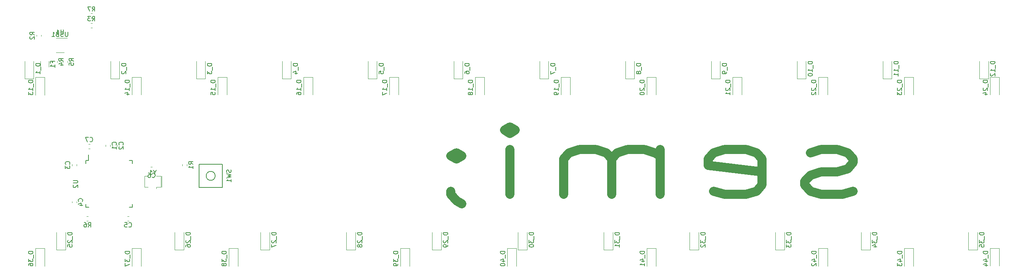
<source format=gbr>
G04 #@! TF.GenerationSoftware,KiCad,Pcbnew,(5.1.4)-1*
G04 #@! TF.CreationDate,2021-01-09T01:18:09-06:00*
G04 #@! TF.ProjectId,semi,73656d69-2e6b-4696-9361-645f70636258,rev?*
G04 #@! TF.SameCoordinates,Original*
G04 #@! TF.FileFunction,Legend,Bot*
G04 #@! TF.FilePolarity,Positive*
%FSLAX46Y46*%
G04 Gerber Fmt 4.6, Leading zero omitted, Abs format (unit mm)*
G04 Created by KiCad (PCBNEW (5.1.4)-1) date 2021-01-09 01:18:09*
%MOMM*%
%LPD*%
G04 APERTURE LIST*
%ADD10C,2.000000*%
%ADD11C,0.120000*%
%ADD12C,0.150000*%
G04 APERTURE END LIST*
D10*
X195010857Y-41504428D02*
X192629904Y-42218714D01*
X187868000Y-42218714D01*
X185487047Y-41504428D01*
X184296571Y-40075857D01*
X184296571Y-39361571D01*
X185487047Y-37933000D01*
X187868000Y-37218714D01*
X191439428Y-37218714D01*
X193820380Y-36504428D01*
X195010857Y-35075857D01*
X195010857Y-34361571D01*
X193820380Y-32933000D01*
X191439428Y-32218714D01*
X187868000Y-32218714D01*
X185487047Y-32933000D01*
X164058476Y-41504428D02*
X166439428Y-42218714D01*
X171201333Y-42218714D01*
X173582285Y-41504428D01*
X174772761Y-40075857D01*
X174772761Y-34361571D01*
X173582285Y-32933000D01*
X171201333Y-32218714D01*
X166439428Y-32218714D01*
X164058476Y-32933000D01*
X162868000Y-34361571D01*
X162868000Y-35790142D01*
X174772761Y-37218714D01*
X152153714Y-42218714D02*
X152153714Y-32218714D01*
X152153714Y-33647285D02*
X150963238Y-32933000D01*
X148582285Y-32218714D01*
X145010857Y-32218714D01*
X142629904Y-32933000D01*
X141439428Y-34361571D01*
X141439428Y-42218714D01*
X141439428Y-34361571D02*
X140248952Y-32933000D01*
X137868000Y-32218714D01*
X134296571Y-32218714D01*
X131915619Y-32933000D01*
X130725142Y-34361571D01*
X130725142Y-42218714D01*
X118820380Y-42218714D02*
X118820380Y-32218714D01*
X118820380Y-27218714D02*
X120010857Y-27933000D01*
X118820380Y-28647285D01*
X117629904Y-27933000D01*
X118820380Y-27218714D01*
X118820380Y-28647285D01*
X105725142Y-41504428D02*
X105725142Y-42218714D01*
X106915619Y-43647285D01*
X108106095Y-44361571D01*
X106915619Y-32933000D02*
X105725142Y-33647285D01*
X106915619Y-34361571D01*
X108106095Y-33647285D01*
X106915619Y-32933000D01*
X106915619Y-34361571D01*
D11*
X26070779Y-2923000D02*
X25745221Y-2923000D01*
X26070779Y-1903000D02*
X25745221Y-1903000D01*
X41497000Y-40170000D02*
X41497000Y-40570000D01*
X41297000Y-40170000D02*
X41297000Y-40570000D01*
X37697000Y-40170000D02*
X37697000Y-40570000D01*
X41497000Y-38170000D02*
X41497000Y-40170000D01*
X40297000Y-40570000D02*
X40297000Y-40970000D01*
X40297000Y-40570000D02*
X41297000Y-40570000D01*
X41297000Y-40170000D02*
X41297000Y-38170000D01*
X41297000Y-38170000D02*
X40297000Y-38170000D01*
X38497000Y-38170000D02*
X37697000Y-38170000D01*
X37697000Y-38170000D02*
X37697000Y-40170000D01*
X37697000Y-40570000D02*
X38497000Y-40570000D01*
D12*
X24670000Y-34703000D02*
X25245000Y-34703000D01*
X24670000Y-45053000D02*
X25345000Y-45053000D01*
X35020000Y-45053000D02*
X34345000Y-45053000D01*
X35020000Y-34703000D02*
X34345000Y-34703000D01*
X24670000Y-34703000D02*
X24670000Y-35378000D01*
X35020000Y-34703000D02*
X35020000Y-35378000D01*
X35020000Y-45053000D02*
X35020000Y-44378000D01*
X24670000Y-45053000D02*
X24670000Y-44378000D01*
X25245000Y-34703000D02*
X25245000Y-33428000D01*
D11*
X18023000Y-7407000D02*
X20473000Y-7407000D01*
X19823000Y-10627000D02*
X18023000Y-10627000D01*
D12*
X53384200Y-38097600D02*
G75*
G03X53384200Y-38097600I-1000000J0D01*
G01*
X54984200Y-35497600D02*
X49784200Y-35497600D01*
X54984200Y-40697600D02*
X54984200Y-35497600D01*
X49784200Y-40697600D02*
X54984200Y-40697600D01*
X49784200Y-35497600D02*
X49784200Y-40697600D01*
D11*
X24856221Y-47115000D02*
X25181779Y-47115000D01*
X24856221Y-48135000D02*
X25181779Y-48135000D01*
X19556000Y-12862779D02*
X19556000Y-12537221D01*
X20576000Y-12862779D02*
X20576000Y-12537221D01*
X17270000Y-12862779D02*
X17270000Y-12537221D01*
X18290000Y-12862779D02*
X18290000Y-12537221D01*
X26070779Y-5082000D02*
X25745221Y-5082000D01*
X26070779Y-4062000D02*
X25745221Y-4062000D01*
X14734000Y-6695221D02*
X14734000Y-7020779D01*
X13714000Y-6695221D02*
X13714000Y-7020779D01*
X46099000Y-35849779D02*
X46099000Y-35524221D01*
X47119000Y-35849779D02*
X47119000Y-35524221D01*
X14584000Y-13813064D02*
X14584000Y-12608936D01*
X16404000Y-13813064D02*
X16404000Y-12608936D01*
X25562779Y-32006000D02*
X25237221Y-32006000D01*
X25562779Y-30986000D02*
X25237221Y-30986000D01*
X39080221Y-36066000D02*
X39405779Y-36066000D01*
X39080221Y-37086000D02*
X39405779Y-37086000D01*
X33873221Y-47115000D02*
X34198779Y-47115000D01*
X33873221Y-48135000D02*
X34198779Y-48135000D01*
X21588000Y-44104779D02*
X21588000Y-43779221D01*
X22608000Y-44104779D02*
X22608000Y-43779221D01*
X22608000Y-35524221D02*
X22608000Y-35849779D01*
X21588000Y-35524221D02*
X21588000Y-35849779D01*
X30605000Y-31531779D02*
X30605000Y-31206221D01*
X31625000Y-31531779D02*
X31625000Y-31206221D01*
X29081000Y-31531779D02*
X29081000Y-31206221D01*
X30101000Y-31531779D02*
X30101000Y-31206221D01*
X13081000Y-16466000D02*
X13081000Y-12566000D01*
X11081000Y-16466000D02*
X11081000Y-12566000D01*
X13081000Y-16466000D02*
X11081000Y-16466000D01*
X32131000Y-16466000D02*
X32131000Y-12566000D01*
X30131000Y-16466000D02*
X30131000Y-12566000D01*
X32131000Y-16466000D02*
X30131000Y-16466000D01*
X51181000Y-16466000D02*
X51181000Y-12566000D01*
X49181000Y-16466000D02*
X49181000Y-12566000D01*
X51181000Y-16466000D02*
X49181000Y-16466000D01*
X70231000Y-16466000D02*
X70231000Y-12566000D01*
X68231000Y-16466000D02*
X68231000Y-12566000D01*
X70231000Y-16466000D02*
X68231000Y-16466000D01*
X89281000Y-16466000D02*
X89281000Y-12566000D01*
X87281000Y-16466000D02*
X87281000Y-12566000D01*
X89281000Y-16466000D02*
X87281000Y-16466000D01*
X108331000Y-16466000D02*
X108331000Y-12566000D01*
X106331000Y-16466000D02*
X106331000Y-12566000D01*
X108331000Y-16466000D02*
X106331000Y-16466000D01*
X127381000Y-16466000D02*
X127381000Y-12566000D01*
X125381000Y-16466000D02*
X125381000Y-12566000D01*
X127381000Y-16466000D02*
X125381000Y-16466000D01*
X146431000Y-16466000D02*
X146431000Y-12566000D01*
X144431000Y-16466000D02*
X144431000Y-12566000D01*
X146431000Y-16466000D02*
X144431000Y-16466000D01*
X165481000Y-16466000D02*
X165481000Y-12566000D01*
X163481000Y-16466000D02*
X163481000Y-12566000D01*
X165481000Y-16466000D02*
X163481000Y-16466000D01*
X184531000Y-16466000D02*
X184531000Y-12566000D01*
X182531000Y-16466000D02*
X182531000Y-12566000D01*
X184531000Y-16466000D02*
X182531000Y-16466000D01*
X203581000Y-16466000D02*
X203581000Y-12566000D01*
X201581000Y-16466000D02*
X201581000Y-12566000D01*
X203581000Y-16466000D02*
X201581000Y-16466000D01*
X225028000Y-16474000D02*
X225028000Y-12574000D01*
X223028000Y-16474000D02*
X223028000Y-12574000D01*
X225028000Y-16474000D02*
X223028000Y-16474000D01*
X13478000Y-16165000D02*
X13478000Y-20065000D01*
X15478000Y-16165000D02*
X15478000Y-20065000D01*
X13478000Y-16165000D02*
X15478000Y-16165000D01*
X34893500Y-16157000D02*
X34893500Y-20057000D01*
X36893500Y-16157000D02*
X36893500Y-20057000D01*
X34893500Y-16157000D02*
X36893500Y-16157000D01*
X53943500Y-16157000D02*
X53943500Y-20057000D01*
X55943500Y-16157000D02*
X55943500Y-20057000D01*
X53943500Y-16157000D02*
X55943500Y-16157000D01*
X72993500Y-16157000D02*
X72993500Y-20057000D01*
X74993500Y-16157000D02*
X74993500Y-20057000D01*
X72993500Y-16157000D02*
X74993500Y-16157000D01*
X92043500Y-16157000D02*
X92043500Y-20057000D01*
X94043500Y-16157000D02*
X94043500Y-20057000D01*
X92043500Y-16157000D02*
X94043500Y-16157000D01*
X111093500Y-16157000D02*
X111093500Y-20057000D01*
X113093500Y-16157000D02*
X113093500Y-20057000D01*
X111093500Y-16157000D02*
X113093500Y-16157000D01*
X130143500Y-16157000D02*
X130143500Y-20057000D01*
X132143500Y-16157000D02*
X132143500Y-20057000D01*
X130143500Y-16157000D02*
X132143500Y-16157000D01*
X149193500Y-16157000D02*
X149193500Y-20057000D01*
X151193500Y-16157000D02*
X151193500Y-20057000D01*
X149193500Y-16157000D02*
X151193500Y-16157000D01*
X168243500Y-16157000D02*
X168243500Y-20057000D01*
X170243500Y-16157000D02*
X170243500Y-20057000D01*
X168243500Y-16157000D02*
X170243500Y-16157000D01*
X187293500Y-16157000D02*
X187293500Y-20057000D01*
X189293500Y-16157000D02*
X189293500Y-20057000D01*
X187293500Y-16157000D02*
X189293500Y-16157000D01*
X206343500Y-16157000D02*
X206343500Y-20057000D01*
X208343500Y-16157000D02*
X208343500Y-20057000D01*
X206343500Y-16157000D02*
X208343500Y-16157000D01*
X225393500Y-16157000D02*
X225393500Y-20057000D01*
X227393500Y-16157000D02*
X227393500Y-20057000D01*
X225393500Y-16157000D02*
X227393500Y-16157000D01*
X20177000Y-54566000D02*
X20177000Y-50666000D01*
X18177000Y-54566000D02*
X18177000Y-50666000D01*
X20177000Y-54566000D02*
X18177000Y-54566000D01*
X46418500Y-54566000D02*
X46418500Y-50666000D01*
X44418500Y-54566000D02*
X44418500Y-50666000D01*
X46418500Y-54566000D02*
X44418500Y-54566000D01*
X65468500Y-54566000D02*
X65468500Y-50666000D01*
X63468500Y-54566000D02*
X63468500Y-50666000D01*
X65468500Y-54566000D02*
X63468500Y-54566000D01*
X84518500Y-54566000D02*
X84518500Y-50666000D01*
X82518500Y-54566000D02*
X82518500Y-50666000D01*
X84518500Y-54566000D02*
X82518500Y-54566000D01*
X103568500Y-54566000D02*
X103568500Y-50666000D01*
X101568500Y-54566000D02*
X101568500Y-50666000D01*
X103568500Y-54566000D02*
X101568500Y-54566000D01*
X122618500Y-54566000D02*
X122618500Y-50666000D01*
X120618500Y-54566000D02*
X120618500Y-50666000D01*
X122618500Y-54566000D02*
X120618500Y-54566000D01*
X141668500Y-54566000D02*
X141668500Y-50666000D01*
X139668500Y-54566000D02*
X139668500Y-50666000D01*
X141668500Y-54566000D02*
X139668500Y-54566000D01*
X160718500Y-54566000D02*
X160718500Y-50666000D01*
X158718500Y-54566000D02*
X158718500Y-50666000D01*
X160718500Y-54566000D02*
X158718500Y-54566000D01*
X179768500Y-54566000D02*
X179768500Y-50666000D01*
X177768500Y-54566000D02*
X177768500Y-50666000D01*
X179768500Y-54566000D02*
X177768500Y-54566000D01*
X198818500Y-54566000D02*
X198818500Y-50666000D01*
X196818500Y-54566000D02*
X196818500Y-50666000D01*
X198818500Y-54566000D02*
X196818500Y-54566000D01*
X222615000Y-54574000D02*
X222615000Y-50674000D01*
X220615000Y-54574000D02*
X220615000Y-50674000D01*
X222615000Y-54574000D02*
X220615000Y-54574000D01*
X13478000Y-54265000D02*
X13478000Y-58165000D01*
X15478000Y-54265000D02*
X15478000Y-58165000D01*
X13478000Y-54265000D02*
X15478000Y-54265000D01*
X34941000Y-54265000D02*
X34941000Y-58165000D01*
X36941000Y-54265000D02*
X36941000Y-58165000D01*
X34941000Y-54265000D02*
X36941000Y-54265000D01*
X56404000Y-54265000D02*
X56404000Y-58165000D01*
X58404000Y-54265000D02*
X58404000Y-58165000D01*
X56404000Y-54265000D02*
X58404000Y-54265000D01*
X94504000Y-54265000D02*
X94504000Y-58165000D01*
X96504000Y-54265000D02*
X96504000Y-58165000D01*
X94504000Y-54265000D02*
X96504000Y-54265000D01*
X118253000Y-54265000D02*
X118253000Y-58165000D01*
X120253000Y-54265000D02*
X120253000Y-58165000D01*
X118253000Y-54265000D02*
X120253000Y-54265000D01*
X149241000Y-54265000D02*
X149241000Y-58165000D01*
X151241000Y-54265000D02*
X151241000Y-58165000D01*
X149241000Y-54265000D02*
X151241000Y-54265000D01*
X187341000Y-54265000D02*
X187341000Y-58165000D01*
X189341000Y-54265000D02*
X189341000Y-58165000D01*
X187341000Y-54265000D02*
X189341000Y-54265000D01*
X206391000Y-54265000D02*
X206391000Y-58165000D01*
X208391000Y-54265000D02*
X208391000Y-58165000D01*
X206391000Y-54265000D02*
X208391000Y-54265000D01*
X225441000Y-54257000D02*
X225441000Y-58157000D01*
X227441000Y-54257000D02*
X227441000Y-58157000D01*
X225441000Y-54257000D02*
X227441000Y-54257000D01*
D12*
X26074666Y-1435380D02*
X26408000Y-959190D01*
X26646095Y-1435380D02*
X26646095Y-435380D01*
X26265142Y-435380D01*
X26169904Y-483000D01*
X26122285Y-530619D01*
X26074666Y-625857D01*
X26074666Y-768714D01*
X26122285Y-863952D01*
X26169904Y-911571D01*
X26265142Y-959190D01*
X26646095Y-959190D01*
X25741333Y-435380D02*
X25074666Y-435380D01*
X25503238Y-1435380D01*
X39973190Y-37346190D02*
X39973190Y-37822380D01*
X40306523Y-36822380D02*
X39973190Y-37346190D01*
X39639857Y-36822380D01*
X38782714Y-37822380D02*
X39354142Y-37822380D01*
X39068428Y-37822380D02*
X39068428Y-36822380D01*
X39163666Y-36965238D01*
X39258904Y-37060476D01*
X39354142Y-37108095D01*
X20661095Y-6035380D02*
X20661095Y-6844904D01*
X20613476Y-6940142D01*
X20565857Y-6987761D01*
X20470619Y-7035380D01*
X20280142Y-7035380D01*
X20184904Y-6987761D01*
X20137285Y-6940142D01*
X20089666Y-6844904D01*
X20089666Y-6035380D01*
X19661095Y-6987761D02*
X19518238Y-7035380D01*
X19280142Y-7035380D01*
X19184904Y-6987761D01*
X19137285Y-6940142D01*
X19089666Y-6844904D01*
X19089666Y-6749666D01*
X19137285Y-6654428D01*
X19184904Y-6606809D01*
X19280142Y-6559190D01*
X19470619Y-6511571D01*
X19565857Y-6463952D01*
X19613476Y-6416333D01*
X19661095Y-6321095D01*
X19661095Y-6225857D01*
X19613476Y-6130619D01*
X19565857Y-6083000D01*
X19470619Y-6035380D01*
X19232523Y-6035380D01*
X19089666Y-6083000D01*
X18327761Y-6511571D02*
X18184904Y-6559190D01*
X18137285Y-6606809D01*
X18089666Y-6702047D01*
X18089666Y-6844904D01*
X18137285Y-6940142D01*
X18184904Y-6987761D01*
X18280142Y-7035380D01*
X18661095Y-7035380D01*
X18661095Y-6035380D01*
X18327761Y-6035380D01*
X18232523Y-6083000D01*
X18184904Y-6130619D01*
X18137285Y-6225857D01*
X18137285Y-6321095D01*
X18184904Y-6416333D01*
X18232523Y-6463952D01*
X18327761Y-6511571D01*
X18661095Y-6511571D01*
X17137285Y-7035380D02*
X17708714Y-7035380D01*
X17422999Y-7035380D02*
X17422999Y-6035380D01*
X17518238Y-6178238D01*
X17613476Y-6273476D01*
X17708714Y-6321095D01*
X21847380Y-39116095D02*
X22656904Y-39116095D01*
X22752142Y-39163714D01*
X22799761Y-39211333D01*
X22847380Y-39306571D01*
X22847380Y-39497047D01*
X22799761Y-39592285D01*
X22752142Y-39639904D01*
X22656904Y-39687523D01*
X21847380Y-39687523D01*
X21942619Y-40116095D02*
X21895000Y-40163714D01*
X21847380Y-40258952D01*
X21847380Y-40497047D01*
X21895000Y-40592285D01*
X21942619Y-40639904D01*
X22037857Y-40687523D01*
X22133095Y-40687523D01*
X22275952Y-40639904D01*
X22847380Y-40068476D01*
X22847380Y-40687523D01*
X19684904Y-5569380D02*
X19684904Y-6378904D01*
X19637285Y-6474142D01*
X19589666Y-6521761D01*
X19494428Y-6569380D01*
X19303952Y-6569380D01*
X19208714Y-6521761D01*
X19161095Y-6474142D01*
X19113476Y-6378904D01*
X19113476Y-5569380D01*
X18113476Y-6569380D02*
X18684904Y-6569380D01*
X18399190Y-6569380D02*
X18399190Y-5569380D01*
X18494428Y-5712238D01*
X18589666Y-5807476D01*
X18684904Y-5855095D01*
X56852961Y-36764266D02*
X56900580Y-36907123D01*
X56900580Y-37145219D01*
X56852961Y-37240457D01*
X56805342Y-37288076D01*
X56710104Y-37335695D01*
X56614866Y-37335695D01*
X56519628Y-37288076D01*
X56472009Y-37240457D01*
X56424390Y-37145219D01*
X56376771Y-36954742D01*
X56329152Y-36859504D01*
X56281533Y-36811885D01*
X56186295Y-36764266D01*
X56091057Y-36764266D01*
X55995819Y-36811885D01*
X55948200Y-36859504D01*
X55900580Y-36954742D01*
X55900580Y-37192838D01*
X55948200Y-37335695D01*
X55900580Y-37669028D02*
X56900580Y-37907123D01*
X56186295Y-38097600D01*
X56900580Y-38288076D01*
X55900580Y-38526171D01*
X56900580Y-39430933D02*
X56900580Y-38859504D01*
X56900580Y-39145219D02*
X55900580Y-39145219D01*
X56043438Y-39049980D01*
X56138676Y-38954742D01*
X56186295Y-38859504D01*
X25185666Y-49507380D02*
X25519000Y-49031190D01*
X25757095Y-49507380D02*
X25757095Y-48507380D01*
X25376142Y-48507380D01*
X25280904Y-48555000D01*
X25233285Y-48602619D01*
X25185666Y-48697857D01*
X25185666Y-48840714D01*
X25233285Y-48935952D01*
X25280904Y-48983571D01*
X25376142Y-49031190D01*
X25757095Y-49031190D01*
X24328523Y-48507380D02*
X24519000Y-48507380D01*
X24614238Y-48555000D01*
X24661857Y-48602619D01*
X24757095Y-48745476D01*
X24804714Y-48935952D01*
X24804714Y-49316904D01*
X24757095Y-49412142D01*
X24709476Y-49459761D01*
X24614238Y-49507380D01*
X24423761Y-49507380D01*
X24328523Y-49459761D01*
X24280904Y-49412142D01*
X24233285Y-49316904D01*
X24233285Y-49078809D01*
X24280904Y-48983571D01*
X24328523Y-48935952D01*
X24423761Y-48888333D01*
X24614238Y-48888333D01*
X24709476Y-48935952D01*
X24757095Y-48983571D01*
X24804714Y-49078809D01*
X21948380Y-12533333D02*
X21472190Y-12200000D01*
X21948380Y-11961904D02*
X20948380Y-11961904D01*
X20948380Y-12342857D01*
X20996000Y-12438095D01*
X21043619Y-12485714D01*
X21138857Y-12533333D01*
X21281714Y-12533333D01*
X21376952Y-12485714D01*
X21424571Y-12438095D01*
X21472190Y-12342857D01*
X21472190Y-11961904D01*
X20948380Y-13438095D02*
X20948380Y-12961904D01*
X21424571Y-12914285D01*
X21376952Y-12961904D01*
X21329333Y-13057142D01*
X21329333Y-13295238D01*
X21376952Y-13390476D01*
X21424571Y-13438095D01*
X21519809Y-13485714D01*
X21757904Y-13485714D01*
X21853142Y-13438095D01*
X21900761Y-13390476D01*
X21948380Y-13295238D01*
X21948380Y-13057142D01*
X21900761Y-12961904D01*
X21853142Y-12914285D01*
X19662380Y-12533333D02*
X19186190Y-12200000D01*
X19662380Y-11961904D02*
X18662380Y-11961904D01*
X18662380Y-12342857D01*
X18710000Y-12438095D01*
X18757619Y-12485714D01*
X18852857Y-12533333D01*
X18995714Y-12533333D01*
X19090952Y-12485714D01*
X19138571Y-12438095D01*
X19186190Y-12342857D01*
X19186190Y-11961904D01*
X18995714Y-13390476D02*
X19662380Y-13390476D01*
X18614761Y-13152380D02*
X19329047Y-12914285D01*
X19329047Y-13533333D01*
X26074666Y-3594380D02*
X26408000Y-3118190D01*
X26646095Y-3594380D02*
X26646095Y-2594380D01*
X26265142Y-2594380D01*
X26169904Y-2642000D01*
X26122285Y-2689619D01*
X26074666Y-2784857D01*
X26074666Y-2927714D01*
X26122285Y-3022952D01*
X26169904Y-3070571D01*
X26265142Y-3118190D01*
X26646095Y-3118190D01*
X25741333Y-2594380D02*
X25122285Y-2594380D01*
X25455619Y-2975333D01*
X25312761Y-2975333D01*
X25217523Y-3022952D01*
X25169904Y-3070571D01*
X25122285Y-3165809D01*
X25122285Y-3403904D01*
X25169904Y-3499142D01*
X25217523Y-3546761D01*
X25312761Y-3594380D01*
X25598476Y-3594380D01*
X25693714Y-3546761D01*
X25741333Y-3499142D01*
X13246380Y-6691333D02*
X12770190Y-6358000D01*
X13246380Y-6119904D02*
X12246380Y-6119904D01*
X12246380Y-6500857D01*
X12294000Y-6596095D01*
X12341619Y-6643714D01*
X12436857Y-6691333D01*
X12579714Y-6691333D01*
X12674952Y-6643714D01*
X12722571Y-6596095D01*
X12770190Y-6500857D01*
X12770190Y-6119904D01*
X12341619Y-7072285D02*
X12294000Y-7119904D01*
X12246380Y-7215142D01*
X12246380Y-7453238D01*
X12294000Y-7548476D01*
X12341619Y-7596095D01*
X12436857Y-7643714D01*
X12532095Y-7643714D01*
X12674952Y-7596095D01*
X13246380Y-7024666D01*
X13246380Y-7643714D01*
X48491380Y-35520333D02*
X48015190Y-35187000D01*
X48491380Y-34948904D02*
X47491380Y-34948904D01*
X47491380Y-35329857D01*
X47539000Y-35425095D01*
X47586619Y-35472714D01*
X47681857Y-35520333D01*
X47824714Y-35520333D01*
X47919952Y-35472714D01*
X47967571Y-35425095D01*
X48015190Y-35329857D01*
X48015190Y-34948904D01*
X48491380Y-36472714D02*
X48491380Y-35901285D01*
X48491380Y-36187000D02*
X47491380Y-36187000D01*
X47634238Y-36091761D01*
X47729476Y-35996523D01*
X47777095Y-35901285D01*
X17242571Y-12877666D02*
X17242571Y-12544333D01*
X17766380Y-12544333D02*
X16766380Y-12544333D01*
X16766380Y-13020523D01*
X17766380Y-13925285D02*
X17766380Y-13353857D01*
X17766380Y-13639571D02*
X16766380Y-13639571D01*
X16909238Y-13544333D01*
X17004476Y-13449095D01*
X17052095Y-13353857D01*
X25566666Y-30423142D02*
X25614285Y-30470761D01*
X25757142Y-30518380D01*
X25852380Y-30518380D01*
X25995238Y-30470761D01*
X26090476Y-30375523D01*
X26138095Y-30280285D01*
X26185714Y-30089809D01*
X26185714Y-29946952D01*
X26138095Y-29756476D01*
X26090476Y-29661238D01*
X25995238Y-29566000D01*
X25852380Y-29518380D01*
X25757142Y-29518380D01*
X25614285Y-29566000D01*
X25566666Y-29613619D01*
X25233333Y-29518380D02*
X24566666Y-29518380D01*
X24995238Y-30518380D01*
X39409666Y-38363142D02*
X39457285Y-38410761D01*
X39600142Y-38458380D01*
X39695380Y-38458380D01*
X39838238Y-38410761D01*
X39933476Y-38315523D01*
X39981095Y-38220285D01*
X40028714Y-38029809D01*
X40028714Y-37886952D01*
X39981095Y-37696476D01*
X39933476Y-37601238D01*
X39838238Y-37506000D01*
X39695380Y-37458380D01*
X39600142Y-37458380D01*
X39457285Y-37506000D01*
X39409666Y-37553619D01*
X38552523Y-37458380D02*
X38743000Y-37458380D01*
X38838238Y-37506000D01*
X38885857Y-37553619D01*
X38981095Y-37696476D01*
X39028714Y-37886952D01*
X39028714Y-38267904D01*
X38981095Y-38363142D01*
X38933476Y-38410761D01*
X38838238Y-38458380D01*
X38647761Y-38458380D01*
X38552523Y-38410761D01*
X38504904Y-38363142D01*
X38457285Y-38267904D01*
X38457285Y-38029809D01*
X38504904Y-37934571D01*
X38552523Y-37886952D01*
X38647761Y-37839333D01*
X38838238Y-37839333D01*
X38933476Y-37886952D01*
X38981095Y-37934571D01*
X39028714Y-38029809D01*
X34202666Y-49412142D02*
X34250285Y-49459761D01*
X34393142Y-49507380D01*
X34488380Y-49507380D01*
X34631238Y-49459761D01*
X34726476Y-49364523D01*
X34774095Y-49269285D01*
X34821714Y-49078809D01*
X34821714Y-48935952D01*
X34774095Y-48745476D01*
X34726476Y-48650238D01*
X34631238Y-48555000D01*
X34488380Y-48507380D01*
X34393142Y-48507380D01*
X34250285Y-48555000D01*
X34202666Y-48602619D01*
X33297904Y-48507380D02*
X33774095Y-48507380D01*
X33821714Y-48983571D01*
X33774095Y-48935952D01*
X33678857Y-48888333D01*
X33440761Y-48888333D01*
X33345523Y-48935952D01*
X33297904Y-48983571D01*
X33250285Y-49078809D01*
X33250285Y-49316904D01*
X33297904Y-49412142D01*
X33345523Y-49459761D01*
X33440761Y-49507380D01*
X33678857Y-49507380D01*
X33774095Y-49459761D01*
X33821714Y-49412142D01*
X23885142Y-43775333D02*
X23932761Y-43727714D01*
X23980380Y-43584857D01*
X23980380Y-43489619D01*
X23932761Y-43346761D01*
X23837523Y-43251523D01*
X23742285Y-43203904D01*
X23551809Y-43156285D01*
X23408952Y-43156285D01*
X23218476Y-43203904D01*
X23123238Y-43251523D01*
X23028000Y-43346761D01*
X22980380Y-43489619D01*
X22980380Y-43584857D01*
X23028000Y-43727714D01*
X23075619Y-43775333D01*
X23313714Y-44632476D02*
X23980380Y-44632476D01*
X22932761Y-44394380D02*
X23647047Y-44156285D01*
X23647047Y-44775333D01*
X21025142Y-35520333D02*
X21072761Y-35472714D01*
X21120380Y-35329857D01*
X21120380Y-35234619D01*
X21072761Y-35091761D01*
X20977523Y-34996523D01*
X20882285Y-34948904D01*
X20691809Y-34901285D01*
X20548952Y-34901285D01*
X20358476Y-34948904D01*
X20263238Y-34996523D01*
X20168000Y-35091761D01*
X20120380Y-35234619D01*
X20120380Y-35329857D01*
X20168000Y-35472714D01*
X20215619Y-35520333D01*
X20120380Y-35853666D02*
X20120380Y-36472714D01*
X20501333Y-36139380D01*
X20501333Y-36282238D01*
X20548952Y-36377476D01*
X20596571Y-36425095D01*
X20691809Y-36472714D01*
X20929904Y-36472714D01*
X21025142Y-36425095D01*
X21072761Y-36377476D01*
X21120380Y-36282238D01*
X21120380Y-35996523D01*
X21072761Y-35901285D01*
X21025142Y-35853666D01*
X32902142Y-31202333D02*
X32949761Y-31154714D01*
X32997380Y-31011857D01*
X32997380Y-30916619D01*
X32949761Y-30773761D01*
X32854523Y-30678523D01*
X32759285Y-30630904D01*
X32568809Y-30583285D01*
X32425952Y-30583285D01*
X32235476Y-30630904D01*
X32140238Y-30678523D01*
X32045000Y-30773761D01*
X31997380Y-30916619D01*
X31997380Y-31011857D01*
X32045000Y-31154714D01*
X32092619Y-31202333D01*
X32092619Y-31583285D02*
X32045000Y-31630904D01*
X31997380Y-31726142D01*
X31997380Y-31964238D01*
X32045000Y-32059476D01*
X32092619Y-32107095D01*
X32187857Y-32154714D01*
X32283095Y-32154714D01*
X32425952Y-32107095D01*
X32997380Y-31535666D01*
X32997380Y-32154714D01*
X31378142Y-31202333D02*
X31425761Y-31154714D01*
X31473380Y-31011857D01*
X31473380Y-30916619D01*
X31425761Y-30773761D01*
X31330523Y-30678523D01*
X31235285Y-30630904D01*
X31044809Y-30583285D01*
X30901952Y-30583285D01*
X30711476Y-30630904D01*
X30616238Y-30678523D01*
X30521000Y-30773761D01*
X30473380Y-30916619D01*
X30473380Y-31011857D01*
X30521000Y-31154714D01*
X30568619Y-31202333D01*
X31473380Y-32154714D02*
X31473380Y-31583285D01*
X31473380Y-31869000D02*
X30473380Y-31869000D01*
X30616238Y-31773761D01*
X30711476Y-31678523D01*
X30759095Y-31583285D01*
X14533380Y-13096952D02*
X13533380Y-13096952D01*
X13533380Y-13335047D01*
X13581000Y-13477904D01*
X13676238Y-13573142D01*
X13771476Y-13620761D01*
X13961952Y-13668380D01*
X14104809Y-13668380D01*
X14295285Y-13620761D01*
X14390523Y-13573142D01*
X14485761Y-13477904D01*
X14533380Y-13335047D01*
X14533380Y-13096952D01*
X14628619Y-13858857D02*
X14628619Y-14620761D01*
X14533380Y-15382666D02*
X14533380Y-14811238D01*
X14533380Y-15096952D02*
X13533380Y-15096952D01*
X13676238Y-15001714D01*
X13771476Y-14906476D01*
X13819095Y-14811238D01*
X33583380Y-13096952D02*
X32583380Y-13096952D01*
X32583380Y-13335047D01*
X32631000Y-13477904D01*
X32726238Y-13573142D01*
X32821476Y-13620761D01*
X33011952Y-13668380D01*
X33154809Y-13668380D01*
X33345285Y-13620761D01*
X33440523Y-13573142D01*
X33535761Y-13477904D01*
X33583380Y-13335047D01*
X33583380Y-13096952D01*
X33678619Y-13858857D02*
X33678619Y-14620761D01*
X32678619Y-14811238D02*
X32631000Y-14858857D01*
X32583380Y-14954095D01*
X32583380Y-15192190D01*
X32631000Y-15287428D01*
X32678619Y-15335047D01*
X32773857Y-15382666D01*
X32869095Y-15382666D01*
X33011952Y-15335047D01*
X33583380Y-14763619D01*
X33583380Y-15382666D01*
X52633380Y-13096952D02*
X51633380Y-13096952D01*
X51633380Y-13335047D01*
X51681000Y-13477904D01*
X51776238Y-13573142D01*
X51871476Y-13620761D01*
X52061952Y-13668380D01*
X52204809Y-13668380D01*
X52395285Y-13620761D01*
X52490523Y-13573142D01*
X52585761Y-13477904D01*
X52633380Y-13335047D01*
X52633380Y-13096952D01*
X52728619Y-13858857D02*
X52728619Y-14620761D01*
X51633380Y-14763619D02*
X51633380Y-15382666D01*
X52014333Y-15049333D01*
X52014333Y-15192190D01*
X52061952Y-15287428D01*
X52109571Y-15335047D01*
X52204809Y-15382666D01*
X52442904Y-15382666D01*
X52538142Y-15335047D01*
X52585761Y-15287428D01*
X52633380Y-15192190D01*
X52633380Y-14906476D01*
X52585761Y-14811238D01*
X52538142Y-14763619D01*
X71683380Y-13096952D02*
X70683380Y-13096952D01*
X70683380Y-13335047D01*
X70731000Y-13477904D01*
X70826238Y-13573142D01*
X70921476Y-13620761D01*
X71111952Y-13668380D01*
X71254809Y-13668380D01*
X71445285Y-13620761D01*
X71540523Y-13573142D01*
X71635761Y-13477904D01*
X71683380Y-13335047D01*
X71683380Y-13096952D01*
X71778619Y-13858857D02*
X71778619Y-14620761D01*
X71016714Y-15287428D02*
X71683380Y-15287428D01*
X70635761Y-15049333D02*
X71350047Y-14811238D01*
X71350047Y-15430285D01*
X90733380Y-13096952D02*
X89733380Y-13096952D01*
X89733380Y-13335047D01*
X89781000Y-13477904D01*
X89876238Y-13573142D01*
X89971476Y-13620761D01*
X90161952Y-13668380D01*
X90304809Y-13668380D01*
X90495285Y-13620761D01*
X90590523Y-13573142D01*
X90685761Y-13477904D01*
X90733380Y-13335047D01*
X90733380Y-13096952D01*
X90828619Y-13858857D02*
X90828619Y-14620761D01*
X89733380Y-15335047D02*
X89733380Y-14858857D01*
X90209571Y-14811238D01*
X90161952Y-14858857D01*
X90114333Y-14954095D01*
X90114333Y-15192190D01*
X90161952Y-15287428D01*
X90209571Y-15335047D01*
X90304809Y-15382666D01*
X90542904Y-15382666D01*
X90638142Y-15335047D01*
X90685761Y-15287428D01*
X90733380Y-15192190D01*
X90733380Y-14954095D01*
X90685761Y-14858857D01*
X90638142Y-14811238D01*
X109783380Y-13096952D02*
X108783380Y-13096952D01*
X108783380Y-13335047D01*
X108831000Y-13477904D01*
X108926238Y-13573142D01*
X109021476Y-13620761D01*
X109211952Y-13668380D01*
X109354809Y-13668380D01*
X109545285Y-13620761D01*
X109640523Y-13573142D01*
X109735761Y-13477904D01*
X109783380Y-13335047D01*
X109783380Y-13096952D01*
X109878619Y-13858857D02*
X109878619Y-14620761D01*
X108783380Y-15287428D02*
X108783380Y-15096952D01*
X108831000Y-15001714D01*
X108878619Y-14954095D01*
X109021476Y-14858857D01*
X109211952Y-14811238D01*
X109592904Y-14811238D01*
X109688142Y-14858857D01*
X109735761Y-14906476D01*
X109783380Y-15001714D01*
X109783380Y-15192190D01*
X109735761Y-15287428D01*
X109688142Y-15335047D01*
X109592904Y-15382666D01*
X109354809Y-15382666D01*
X109259571Y-15335047D01*
X109211952Y-15287428D01*
X109164333Y-15192190D01*
X109164333Y-15001714D01*
X109211952Y-14906476D01*
X109259571Y-14858857D01*
X109354809Y-14811238D01*
X128833380Y-13096952D02*
X127833380Y-13096952D01*
X127833380Y-13335047D01*
X127881000Y-13477904D01*
X127976238Y-13573142D01*
X128071476Y-13620761D01*
X128261952Y-13668380D01*
X128404809Y-13668380D01*
X128595285Y-13620761D01*
X128690523Y-13573142D01*
X128785761Y-13477904D01*
X128833380Y-13335047D01*
X128833380Y-13096952D01*
X128928619Y-13858857D02*
X128928619Y-14620761D01*
X127833380Y-14763619D02*
X127833380Y-15430285D01*
X128833380Y-15001714D01*
X147883380Y-13096952D02*
X146883380Y-13096952D01*
X146883380Y-13335047D01*
X146931000Y-13477904D01*
X147026238Y-13573142D01*
X147121476Y-13620761D01*
X147311952Y-13668380D01*
X147454809Y-13668380D01*
X147645285Y-13620761D01*
X147740523Y-13573142D01*
X147835761Y-13477904D01*
X147883380Y-13335047D01*
X147883380Y-13096952D01*
X147978619Y-13858857D02*
X147978619Y-14620761D01*
X147311952Y-15001714D02*
X147264333Y-14906476D01*
X147216714Y-14858857D01*
X147121476Y-14811238D01*
X147073857Y-14811238D01*
X146978619Y-14858857D01*
X146931000Y-14906476D01*
X146883380Y-15001714D01*
X146883380Y-15192190D01*
X146931000Y-15287428D01*
X146978619Y-15335047D01*
X147073857Y-15382666D01*
X147121476Y-15382666D01*
X147216714Y-15335047D01*
X147264333Y-15287428D01*
X147311952Y-15192190D01*
X147311952Y-15001714D01*
X147359571Y-14906476D01*
X147407190Y-14858857D01*
X147502428Y-14811238D01*
X147692904Y-14811238D01*
X147788142Y-14858857D01*
X147835761Y-14906476D01*
X147883380Y-15001714D01*
X147883380Y-15192190D01*
X147835761Y-15287428D01*
X147788142Y-15335047D01*
X147692904Y-15382666D01*
X147502428Y-15382666D01*
X147407190Y-15335047D01*
X147359571Y-15287428D01*
X147311952Y-15192190D01*
X166933380Y-13096952D02*
X165933380Y-13096952D01*
X165933380Y-13335047D01*
X165981000Y-13477904D01*
X166076238Y-13573142D01*
X166171476Y-13620761D01*
X166361952Y-13668380D01*
X166504809Y-13668380D01*
X166695285Y-13620761D01*
X166790523Y-13573142D01*
X166885761Y-13477904D01*
X166933380Y-13335047D01*
X166933380Y-13096952D01*
X167028619Y-13858857D02*
X167028619Y-14620761D01*
X166933380Y-14906476D02*
X166933380Y-15096952D01*
X166885761Y-15192190D01*
X166838142Y-15239809D01*
X166695285Y-15335047D01*
X166504809Y-15382666D01*
X166123857Y-15382666D01*
X166028619Y-15335047D01*
X165981000Y-15287428D01*
X165933380Y-15192190D01*
X165933380Y-15001714D01*
X165981000Y-14906476D01*
X166028619Y-14858857D01*
X166123857Y-14811238D01*
X166361952Y-14811238D01*
X166457190Y-14858857D01*
X166504809Y-14906476D01*
X166552428Y-15001714D01*
X166552428Y-15192190D01*
X166504809Y-15287428D01*
X166457190Y-15335047D01*
X166361952Y-15382666D01*
X185983380Y-12620761D02*
X184983380Y-12620761D01*
X184983380Y-12858857D01*
X185031000Y-13001714D01*
X185126238Y-13096952D01*
X185221476Y-13144571D01*
X185411952Y-13192190D01*
X185554809Y-13192190D01*
X185745285Y-13144571D01*
X185840523Y-13096952D01*
X185935761Y-13001714D01*
X185983380Y-12858857D01*
X185983380Y-12620761D01*
X186078619Y-13382666D02*
X186078619Y-14144571D01*
X185983380Y-14906476D02*
X185983380Y-14335047D01*
X185983380Y-14620761D02*
X184983380Y-14620761D01*
X185126238Y-14525523D01*
X185221476Y-14430285D01*
X185269095Y-14335047D01*
X184983380Y-15525523D02*
X184983380Y-15620761D01*
X185031000Y-15716000D01*
X185078619Y-15763619D01*
X185173857Y-15811238D01*
X185364333Y-15858857D01*
X185602428Y-15858857D01*
X185792904Y-15811238D01*
X185888142Y-15763619D01*
X185935761Y-15716000D01*
X185983380Y-15620761D01*
X185983380Y-15525523D01*
X185935761Y-15430285D01*
X185888142Y-15382666D01*
X185792904Y-15335047D01*
X185602428Y-15287428D01*
X185364333Y-15287428D01*
X185173857Y-15335047D01*
X185078619Y-15382666D01*
X185031000Y-15430285D01*
X184983380Y-15525523D01*
X205033380Y-12620761D02*
X204033380Y-12620761D01*
X204033380Y-12858857D01*
X204081000Y-13001714D01*
X204176238Y-13096952D01*
X204271476Y-13144571D01*
X204461952Y-13192190D01*
X204604809Y-13192190D01*
X204795285Y-13144571D01*
X204890523Y-13096952D01*
X204985761Y-13001714D01*
X205033380Y-12858857D01*
X205033380Y-12620761D01*
X205128619Y-13382666D02*
X205128619Y-14144571D01*
X205033380Y-14906476D02*
X205033380Y-14335047D01*
X205033380Y-14620761D02*
X204033380Y-14620761D01*
X204176238Y-14525523D01*
X204271476Y-14430285D01*
X204319095Y-14335047D01*
X205033380Y-15858857D02*
X205033380Y-15287428D01*
X205033380Y-15573142D02*
X204033380Y-15573142D01*
X204176238Y-15477904D01*
X204271476Y-15382666D01*
X204319095Y-15287428D01*
X226480380Y-12628761D02*
X225480380Y-12628761D01*
X225480380Y-12866857D01*
X225528000Y-13009714D01*
X225623238Y-13104952D01*
X225718476Y-13152571D01*
X225908952Y-13200190D01*
X226051809Y-13200190D01*
X226242285Y-13152571D01*
X226337523Y-13104952D01*
X226432761Y-13009714D01*
X226480380Y-12866857D01*
X226480380Y-12628761D01*
X226575619Y-13390666D02*
X226575619Y-14152571D01*
X226480380Y-14914476D02*
X226480380Y-14343047D01*
X226480380Y-14628761D02*
X225480380Y-14628761D01*
X225623238Y-14533523D01*
X225718476Y-14438285D01*
X225766095Y-14343047D01*
X225575619Y-15295428D02*
X225528000Y-15343047D01*
X225480380Y-15438285D01*
X225480380Y-15676380D01*
X225528000Y-15771619D01*
X225575619Y-15819238D01*
X225670857Y-15866857D01*
X225766095Y-15866857D01*
X225908952Y-15819238D01*
X226480380Y-15247809D01*
X226480380Y-15866857D01*
X12930380Y-16819761D02*
X11930380Y-16819761D01*
X11930380Y-17057857D01*
X11978000Y-17200714D01*
X12073238Y-17295952D01*
X12168476Y-17343571D01*
X12358952Y-17391190D01*
X12501809Y-17391190D01*
X12692285Y-17343571D01*
X12787523Y-17295952D01*
X12882761Y-17200714D01*
X12930380Y-17057857D01*
X12930380Y-16819761D01*
X13025619Y-17581666D02*
X13025619Y-18343571D01*
X12930380Y-19105476D02*
X12930380Y-18534047D01*
X12930380Y-18819761D02*
X11930380Y-18819761D01*
X12073238Y-18724523D01*
X12168476Y-18629285D01*
X12216095Y-18534047D01*
X11930380Y-19438809D02*
X11930380Y-20057857D01*
X12311333Y-19724523D01*
X12311333Y-19867380D01*
X12358952Y-19962619D01*
X12406571Y-20010238D01*
X12501809Y-20057857D01*
X12739904Y-20057857D01*
X12835142Y-20010238D01*
X12882761Y-19962619D01*
X12930380Y-19867380D01*
X12930380Y-19581666D01*
X12882761Y-19486428D01*
X12835142Y-19438809D01*
X34345880Y-16811761D02*
X33345880Y-16811761D01*
X33345880Y-17049857D01*
X33393500Y-17192714D01*
X33488738Y-17287952D01*
X33583976Y-17335571D01*
X33774452Y-17383190D01*
X33917309Y-17383190D01*
X34107785Y-17335571D01*
X34203023Y-17287952D01*
X34298261Y-17192714D01*
X34345880Y-17049857D01*
X34345880Y-16811761D01*
X34441119Y-17573666D02*
X34441119Y-18335571D01*
X34345880Y-19097476D02*
X34345880Y-18526047D01*
X34345880Y-18811761D02*
X33345880Y-18811761D01*
X33488738Y-18716523D01*
X33583976Y-18621285D01*
X33631595Y-18526047D01*
X33679214Y-19954619D02*
X34345880Y-19954619D01*
X33298261Y-19716523D02*
X34012547Y-19478428D01*
X34012547Y-20097476D01*
X53395880Y-16811761D02*
X52395880Y-16811761D01*
X52395880Y-17049857D01*
X52443500Y-17192714D01*
X52538738Y-17287952D01*
X52633976Y-17335571D01*
X52824452Y-17383190D01*
X52967309Y-17383190D01*
X53157785Y-17335571D01*
X53253023Y-17287952D01*
X53348261Y-17192714D01*
X53395880Y-17049857D01*
X53395880Y-16811761D01*
X53491119Y-17573666D02*
X53491119Y-18335571D01*
X53395880Y-19097476D02*
X53395880Y-18526047D01*
X53395880Y-18811761D02*
X52395880Y-18811761D01*
X52538738Y-18716523D01*
X52633976Y-18621285D01*
X52681595Y-18526047D01*
X52395880Y-20002238D02*
X52395880Y-19526047D01*
X52872071Y-19478428D01*
X52824452Y-19526047D01*
X52776833Y-19621285D01*
X52776833Y-19859380D01*
X52824452Y-19954619D01*
X52872071Y-20002238D01*
X52967309Y-20049857D01*
X53205404Y-20049857D01*
X53300642Y-20002238D01*
X53348261Y-19954619D01*
X53395880Y-19859380D01*
X53395880Y-19621285D01*
X53348261Y-19526047D01*
X53300642Y-19478428D01*
X72445880Y-16811761D02*
X71445880Y-16811761D01*
X71445880Y-17049857D01*
X71493500Y-17192714D01*
X71588738Y-17287952D01*
X71683976Y-17335571D01*
X71874452Y-17383190D01*
X72017309Y-17383190D01*
X72207785Y-17335571D01*
X72303023Y-17287952D01*
X72398261Y-17192714D01*
X72445880Y-17049857D01*
X72445880Y-16811761D01*
X72541119Y-17573666D02*
X72541119Y-18335571D01*
X72445880Y-19097476D02*
X72445880Y-18526047D01*
X72445880Y-18811761D02*
X71445880Y-18811761D01*
X71588738Y-18716523D01*
X71683976Y-18621285D01*
X71731595Y-18526047D01*
X71445880Y-19954619D02*
X71445880Y-19764142D01*
X71493500Y-19668904D01*
X71541119Y-19621285D01*
X71683976Y-19526047D01*
X71874452Y-19478428D01*
X72255404Y-19478428D01*
X72350642Y-19526047D01*
X72398261Y-19573666D01*
X72445880Y-19668904D01*
X72445880Y-19859380D01*
X72398261Y-19954619D01*
X72350642Y-20002238D01*
X72255404Y-20049857D01*
X72017309Y-20049857D01*
X71922071Y-20002238D01*
X71874452Y-19954619D01*
X71826833Y-19859380D01*
X71826833Y-19668904D01*
X71874452Y-19573666D01*
X71922071Y-19526047D01*
X72017309Y-19478428D01*
X91495880Y-16811761D02*
X90495880Y-16811761D01*
X90495880Y-17049857D01*
X90543500Y-17192714D01*
X90638738Y-17287952D01*
X90733976Y-17335571D01*
X90924452Y-17383190D01*
X91067309Y-17383190D01*
X91257785Y-17335571D01*
X91353023Y-17287952D01*
X91448261Y-17192714D01*
X91495880Y-17049857D01*
X91495880Y-16811761D01*
X91591119Y-17573666D02*
X91591119Y-18335571D01*
X91495880Y-19097476D02*
X91495880Y-18526047D01*
X91495880Y-18811761D02*
X90495880Y-18811761D01*
X90638738Y-18716523D01*
X90733976Y-18621285D01*
X90781595Y-18526047D01*
X90495880Y-19430809D02*
X90495880Y-20097476D01*
X91495880Y-19668904D01*
X110545880Y-16811761D02*
X109545880Y-16811761D01*
X109545880Y-17049857D01*
X109593500Y-17192714D01*
X109688738Y-17287952D01*
X109783976Y-17335571D01*
X109974452Y-17383190D01*
X110117309Y-17383190D01*
X110307785Y-17335571D01*
X110403023Y-17287952D01*
X110498261Y-17192714D01*
X110545880Y-17049857D01*
X110545880Y-16811761D01*
X110641119Y-17573666D02*
X110641119Y-18335571D01*
X110545880Y-19097476D02*
X110545880Y-18526047D01*
X110545880Y-18811761D02*
X109545880Y-18811761D01*
X109688738Y-18716523D01*
X109783976Y-18621285D01*
X109831595Y-18526047D01*
X109974452Y-19668904D02*
X109926833Y-19573666D01*
X109879214Y-19526047D01*
X109783976Y-19478428D01*
X109736357Y-19478428D01*
X109641119Y-19526047D01*
X109593500Y-19573666D01*
X109545880Y-19668904D01*
X109545880Y-19859380D01*
X109593500Y-19954619D01*
X109641119Y-20002238D01*
X109736357Y-20049857D01*
X109783976Y-20049857D01*
X109879214Y-20002238D01*
X109926833Y-19954619D01*
X109974452Y-19859380D01*
X109974452Y-19668904D01*
X110022071Y-19573666D01*
X110069690Y-19526047D01*
X110164928Y-19478428D01*
X110355404Y-19478428D01*
X110450642Y-19526047D01*
X110498261Y-19573666D01*
X110545880Y-19668904D01*
X110545880Y-19859380D01*
X110498261Y-19954619D01*
X110450642Y-20002238D01*
X110355404Y-20049857D01*
X110164928Y-20049857D01*
X110069690Y-20002238D01*
X110022071Y-19954619D01*
X109974452Y-19859380D01*
X129595880Y-16811761D02*
X128595880Y-16811761D01*
X128595880Y-17049857D01*
X128643500Y-17192714D01*
X128738738Y-17287952D01*
X128833976Y-17335571D01*
X129024452Y-17383190D01*
X129167309Y-17383190D01*
X129357785Y-17335571D01*
X129453023Y-17287952D01*
X129548261Y-17192714D01*
X129595880Y-17049857D01*
X129595880Y-16811761D01*
X129691119Y-17573666D02*
X129691119Y-18335571D01*
X129595880Y-19097476D02*
X129595880Y-18526047D01*
X129595880Y-18811761D02*
X128595880Y-18811761D01*
X128738738Y-18716523D01*
X128833976Y-18621285D01*
X128881595Y-18526047D01*
X129595880Y-19573666D02*
X129595880Y-19764142D01*
X129548261Y-19859380D01*
X129500642Y-19907000D01*
X129357785Y-20002238D01*
X129167309Y-20049857D01*
X128786357Y-20049857D01*
X128691119Y-20002238D01*
X128643500Y-19954619D01*
X128595880Y-19859380D01*
X128595880Y-19668904D01*
X128643500Y-19573666D01*
X128691119Y-19526047D01*
X128786357Y-19478428D01*
X129024452Y-19478428D01*
X129119690Y-19526047D01*
X129167309Y-19573666D01*
X129214928Y-19668904D01*
X129214928Y-19859380D01*
X129167309Y-19954619D01*
X129119690Y-20002238D01*
X129024452Y-20049857D01*
X148645880Y-16811761D02*
X147645880Y-16811761D01*
X147645880Y-17049857D01*
X147693500Y-17192714D01*
X147788738Y-17287952D01*
X147883976Y-17335571D01*
X148074452Y-17383190D01*
X148217309Y-17383190D01*
X148407785Y-17335571D01*
X148503023Y-17287952D01*
X148598261Y-17192714D01*
X148645880Y-17049857D01*
X148645880Y-16811761D01*
X148741119Y-17573666D02*
X148741119Y-18335571D01*
X147741119Y-18526047D02*
X147693500Y-18573666D01*
X147645880Y-18668904D01*
X147645880Y-18907000D01*
X147693500Y-19002238D01*
X147741119Y-19049857D01*
X147836357Y-19097476D01*
X147931595Y-19097476D01*
X148074452Y-19049857D01*
X148645880Y-18478428D01*
X148645880Y-19097476D01*
X147645880Y-19716523D02*
X147645880Y-19811761D01*
X147693500Y-19907000D01*
X147741119Y-19954619D01*
X147836357Y-20002238D01*
X148026833Y-20049857D01*
X148264928Y-20049857D01*
X148455404Y-20002238D01*
X148550642Y-19954619D01*
X148598261Y-19907000D01*
X148645880Y-19811761D01*
X148645880Y-19716523D01*
X148598261Y-19621285D01*
X148550642Y-19573666D01*
X148455404Y-19526047D01*
X148264928Y-19478428D01*
X148026833Y-19478428D01*
X147836357Y-19526047D01*
X147741119Y-19573666D01*
X147693500Y-19621285D01*
X147645880Y-19716523D01*
X167695880Y-16811761D02*
X166695880Y-16811761D01*
X166695880Y-17049857D01*
X166743500Y-17192714D01*
X166838738Y-17287952D01*
X166933976Y-17335571D01*
X167124452Y-17383190D01*
X167267309Y-17383190D01*
X167457785Y-17335571D01*
X167553023Y-17287952D01*
X167648261Y-17192714D01*
X167695880Y-17049857D01*
X167695880Y-16811761D01*
X167791119Y-17573666D02*
X167791119Y-18335571D01*
X166791119Y-18526047D02*
X166743500Y-18573666D01*
X166695880Y-18668904D01*
X166695880Y-18907000D01*
X166743500Y-19002238D01*
X166791119Y-19049857D01*
X166886357Y-19097476D01*
X166981595Y-19097476D01*
X167124452Y-19049857D01*
X167695880Y-18478428D01*
X167695880Y-19097476D01*
X167695880Y-20049857D02*
X167695880Y-19478428D01*
X167695880Y-19764142D02*
X166695880Y-19764142D01*
X166838738Y-19668904D01*
X166933976Y-19573666D01*
X166981595Y-19478428D01*
X186745880Y-16811761D02*
X185745880Y-16811761D01*
X185745880Y-17049857D01*
X185793500Y-17192714D01*
X185888738Y-17287952D01*
X185983976Y-17335571D01*
X186174452Y-17383190D01*
X186317309Y-17383190D01*
X186507785Y-17335571D01*
X186603023Y-17287952D01*
X186698261Y-17192714D01*
X186745880Y-17049857D01*
X186745880Y-16811761D01*
X186841119Y-17573666D02*
X186841119Y-18335571D01*
X185841119Y-18526047D02*
X185793500Y-18573666D01*
X185745880Y-18668904D01*
X185745880Y-18907000D01*
X185793500Y-19002238D01*
X185841119Y-19049857D01*
X185936357Y-19097476D01*
X186031595Y-19097476D01*
X186174452Y-19049857D01*
X186745880Y-18478428D01*
X186745880Y-19097476D01*
X185841119Y-19478428D02*
X185793500Y-19526047D01*
X185745880Y-19621285D01*
X185745880Y-19859380D01*
X185793500Y-19954619D01*
X185841119Y-20002238D01*
X185936357Y-20049857D01*
X186031595Y-20049857D01*
X186174452Y-20002238D01*
X186745880Y-19430809D01*
X186745880Y-20049857D01*
X205795880Y-16811761D02*
X204795880Y-16811761D01*
X204795880Y-17049857D01*
X204843500Y-17192714D01*
X204938738Y-17287952D01*
X205033976Y-17335571D01*
X205224452Y-17383190D01*
X205367309Y-17383190D01*
X205557785Y-17335571D01*
X205653023Y-17287952D01*
X205748261Y-17192714D01*
X205795880Y-17049857D01*
X205795880Y-16811761D01*
X205891119Y-17573666D02*
X205891119Y-18335571D01*
X204891119Y-18526047D02*
X204843500Y-18573666D01*
X204795880Y-18668904D01*
X204795880Y-18907000D01*
X204843500Y-19002238D01*
X204891119Y-19049857D01*
X204986357Y-19097476D01*
X205081595Y-19097476D01*
X205224452Y-19049857D01*
X205795880Y-18478428D01*
X205795880Y-19097476D01*
X204795880Y-19430809D02*
X204795880Y-20049857D01*
X205176833Y-19716523D01*
X205176833Y-19859380D01*
X205224452Y-19954619D01*
X205272071Y-20002238D01*
X205367309Y-20049857D01*
X205605404Y-20049857D01*
X205700642Y-20002238D01*
X205748261Y-19954619D01*
X205795880Y-19859380D01*
X205795880Y-19573666D01*
X205748261Y-19478428D01*
X205700642Y-19430809D01*
X224845880Y-16811761D02*
X223845880Y-16811761D01*
X223845880Y-17049857D01*
X223893500Y-17192714D01*
X223988738Y-17287952D01*
X224083976Y-17335571D01*
X224274452Y-17383190D01*
X224417309Y-17383190D01*
X224607785Y-17335571D01*
X224703023Y-17287952D01*
X224798261Y-17192714D01*
X224845880Y-17049857D01*
X224845880Y-16811761D01*
X224941119Y-17573666D02*
X224941119Y-18335571D01*
X223941119Y-18526047D02*
X223893500Y-18573666D01*
X223845880Y-18668904D01*
X223845880Y-18907000D01*
X223893500Y-19002238D01*
X223941119Y-19049857D01*
X224036357Y-19097476D01*
X224131595Y-19097476D01*
X224274452Y-19049857D01*
X224845880Y-18478428D01*
X224845880Y-19097476D01*
X224179214Y-19954619D02*
X224845880Y-19954619D01*
X223798261Y-19716523D02*
X224512547Y-19478428D01*
X224512547Y-20097476D01*
X21629380Y-50720761D02*
X20629380Y-50720761D01*
X20629380Y-50958857D01*
X20677000Y-51101714D01*
X20772238Y-51196952D01*
X20867476Y-51244571D01*
X21057952Y-51292190D01*
X21200809Y-51292190D01*
X21391285Y-51244571D01*
X21486523Y-51196952D01*
X21581761Y-51101714D01*
X21629380Y-50958857D01*
X21629380Y-50720761D01*
X21724619Y-51482666D02*
X21724619Y-52244571D01*
X20724619Y-52435047D02*
X20677000Y-52482666D01*
X20629380Y-52577904D01*
X20629380Y-52816000D01*
X20677000Y-52911238D01*
X20724619Y-52958857D01*
X20819857Y-53006476D01*
X20915095Y-53006476D01*
X21057952Y-52958857D01*
X21629380Y-52387428D01*
X21629380Y-53006476D01*
X20629380Y-53911238D02*
X20629380Y-53435047D01*
X21105571Y-53387428D01*
X21057952Y-53435047D01*
X21010333Y-53530285D01*
X21010333Y-53768380D01*
X21057952Y-53863619D01*
X21105571Y-53911238D01*
X21200809Y-53958857D01*
X21438904Y-53958857D01*
X21534142Y-53911238D01*
X21581761Y-53863619D01*
X21629380Y-53768380D01*
X21629380Y-53530285D01*
X21581761Y-53435047D01*
X21534142Y-53387428D01*
X47870880Y-50720761D02*
X46870880Y-50720761D01*
X46870880Y-50958857D01*
X46918500Y-51101714D01*
X47013738Y-51196952D01*
X47108976Y-51244571D01*
X47299452Y-51292190D01*
X47442309Y-51292190D01*
X47632785Y-51244571D01*
X47728023Y-51196952D01*
X47823261Y-51101714D01*
X47870880Y-50958857D01*
X47870880Y-50720761D01*
X47966119Y-51482666D02*
X47966119Y-52244571D01*
X46966119Y-52435047D02*
X46918500Y-52482666D01*
X46870880Y-52577904D01*
X46870880Y-52816000D01*
X46918500Y-52911238D01*
X46966119Y-52958857D01*
X47061357Y-53006476D01*
X47156595Y-53006476D01*
X47299452Y-52958857D01*
X47870880Y-52387428D01*
X47870880Y-53006476D01*
X46870880Y-53863619D02*
X46870880Y-53673142D01*
X46918500Y-53577904D01*
X46966119Y-53530285D01*
X47108976Y-53435047D01*
X47299452Y-53387428D01*
X47680404Y-53387428D01*
X47775642Y-53435047D01*
X47823261Y-53482666D01*
X47870880Y-53577904D01*
X47870880Y-53768380D01*
X47823261Y-53863619D01*
X47775642Y-53911238D01*
X47680404Y-53958857D01*
X47442309Y-53958857D01*
X47347071Y-53911238D01*
X47299452Y-53863619D01*
X47251833Y-53768380D01*
X47251833Y-53577904D01*
X47299452Y-53482666D01*
X47347071Y-53435047D01*
X47442309Y-53387428D01*
X66920880Y-50720761D02*
X65920880Y-50720761D01*
X65920880Y-50958857D01*
X65968500Y-51101714D01*
X66063738Y-51196952D01*
X66158976Y-51244571D01*
X66349452Y-51292190D01*
X66492309Y-51292190D01*
X66682785Y-51244571D01*
X66778023Y-51196952D01*
X66873261Y-51101714D01*
X66920880Y-50958857D01*
X66920880Y-50720761D01*
X67016119Y-51482666D02*
X67016119Y-52244571D01*
X66016119Y-52435047D02*
X65968500Y-52482666D01*
X65920880Y-52577904D01*
X65920880Y-52816000D01*
X65968500Y-52911238D01*
X66016119Y-52958857D01*
X66111357Y-53006476D01*
X66206595Y-53006476D01*
X66349452Y-52958857D01*
X66920880Y-52387428D01*
X66920880Y-53006476D01*
X65920880Y-53339809D02*
X65920880Y-54006476D01*
X66920880Y-53577904D01*
X85970880Y-50720761D02*
X84970880Y-50720761D01*
X84970880Y-50958857D01*
X85018500Y-51101714D01*
X85113738Y-51196952D01*
X85208976Y-51244571D01*
X85399452Y-51292190D01*
X85542309Y-51292190D01*
X85732785Y-51244571D01*
X85828023Y-51196952D01*
X85923261Y-51101714D01*
X85970880Y-50958857D01*
X85970880Y-50720761D01*
X86066119Y-51482666D02*
X86066119Y-52244571D01*
X85066119Y-52435047D02*
X85018500Y-52482666D01*
X84970880Y-52577904D01*
X84970880Y-52816000D01*
X85018500Y-52911238D01*
X85066119Y-52958857D01*
X85161357Y-53006476D01*
X85256595Y-53006476D01*
X85399452Y-52958857D01*
X85970880Y-52387428D01*
X85970880Y-53006476D01*
X85399452Y-53577904D02*
X85351833Y-53482666D01*
X85304214Y-53435047D01*
X85208976Y-53387428D01*
X85161357Y-53387428D01*
X85066119Y-53435047D01*
X85018500Y-53482666D01*
X84970880Y-53577904D01*
X84970880Y-53768380D01*
X85018500Y-53863619D01*
X85066119Y-53911238D01*
X85161357Y-53958857D01*
X85208976Y-53958857D01*
X85304214Y-53911238D01*
X85351833Y-53863619D01*
X85399452Y-53768380D01*
X85399452Y-53577904D01*
X85447071Y-53482666D01*
X85494690Y-53435047D01*
X85589928Y-53387428D01*
X85780404Y-53387428D01*
X85875642Y-53435047D01*
X85923261Y-53482666D01*
X85970880Y-53577904D01*
X85970880Y-53768380D01*
X85923261Y-53863619D01*
X85875642Y-53911238D01*
X85780404Y-53958857D01*
X85589928Y-53958857D01*
X85494690Y-53911238D01*
X85447071Y-53863619D01*
X85399452Y-53768380D01*
X105020880Y-50720761D02*
X104020880Y-50720761D01*
X104020880Y-50958857D01*
X104068500Y-51101714D01*
X104163738Y-51196952D01*
X104258976Y-51244571D01*
X104449452Y-51292190D01*
X104592309Y-51292190D01*
X104782785Y-51244571D01*
X104878023Y-51196952D01*
X104973261Y-51101714D01*
X105020880Y-50958857D01*
X105020880Y-50720761D01*
X105116119Y-51482666D02*
X105116119Y-52244571D01*
X104116119Y-52435047D02*
X104068500Y-52482666D01*
X104020880Y-52577904D01*
X104020880Y-52816000D01*
X104068500Y-52911238D01*
X104116119Y-52958857D01*
X104211357Y-53006476D01*
X104306595Y-53006476D01*
X104449452Y-52958857D01*
X105020880Y-52387428D01*
X105020880Y-53006476D01*
X105020880Y-53482666D02*
X105020880Y-53673142D01*
X104973261Y-53768380D01*
X104925642Y-53816000D01*
X104782785Y-53911238D01*
X104592309Y-53958857D01*
X104211357Y-53958857D01*
X104116119Y-53911238D01*
X104068500Y-53863619D01*
X104020880Y-53768380D01*
X104020880Y-53577904D01*
X104068500Y-53482666D01*
X104116119Y-53435047D01*
X104211357Y-53387428D01*
X104449452Y-53387428D01*
X104544690Y-53435047D01*
X104592309Y-53482666D01*
X104639928Y-53577904D01*
X104639928Y-53768380D01*
X104592309Y-53863619D01*
X104544690Y-53911238D01*
X104449452Y-53958857D01*
X124070880Y-50720761D02*
X123070880Y-50720761D01*
X123070880Y-50958857D01*
X123118500Y-51101714D01*
X123213738Y-51196952D01*
X123308976Y-51244571D01*
X123499452Y-51292190D01*
X123642309Y-51292190D01*
X123832785Y-51244571D01*
X123928023Y-51196952D01*
X124023261Y-51101714D01*
X124070880Y-50958857D01*
X124070880Y-50720761D01*
X124166119Y-51482666D02*
X124166119Y-52244571D01*
X123070880Y-52387428D02*
X123070880Y-53006476D01*
X123451833Y-52673142D01*
X123451833Y-52816000D01*
X123499452Y-52911238D01*
X123547071Y-52958857D01*
X123642309Y-53006476D01*
X123880404Y-53006476D01*
X123975642Y-52958857D01*
X124023261Y-52911238D01*
X124070880Y-52816000D01*
X124070880Y-52530285D01*
X124023261Y-52435047D01*
X123975642Y-52387428D01*
X123070880Y-53625523D02*
X123070880Y-53720761D01*
X123118500Y-53816000D01*
X123166119Y-53863619D01*
X123261357Y-53911238D01*
X123451833Y-53958857D01*
X123689928Y-53958857D01*
X123880404Y-53911238D01*
X123975642Y-53863619D01*
X124023261Y-53816000D01*
X124070880Y-53720761D01*
X124070880Y-53625523D01*
X124023261Y-53530285D01*
X123975642Y-53482666D01*
X123880404Y-53435047D01*
X123689928Y-53387428D01*
X123451833Y-53387428D01*
X123261357Y-53435047D01*
X123166119Y-53482666D01*
X123118500Y-53530285D01*
X123070880Y-53625523D01*
X143120880Y-50720761D02*
X142120880Y-50720761D01*
X142120880Y-50958857D01*
X142168500Y-51101714D01*
X142263738Y-51196952D01*
X142358976Y-51244571D01*
X142549452Y-51292190D01*
X142692309Y-51292190D01*
X142882785Y-51244571D01*
X142978023Y-51196952D01*
X143073261Y-51101714D01*
X143120880Y-50958857D01*
X143120880Y-50720761D01*
X143216119Y-51482666D02*
X143216119Y-52244571D01*
X142120880Y-52387428D02*
X142120880Y-53006476D01*
X142501833Y-52673142D01*
X142501833Y-52816000D01*
X142549452Y-52911238D01*
X142597071Y-52958857D01*
X142692309Y-53006476D01*
X142930404Y-53006476D01*
X143025642Y-52958857D01*
X143073261Y-52911238D01*
X143120880Y-52816000D01*
X143120880Y-52530285D01*
X143073261Y-52435047D01*
X143025642Y-52387428D01*
X143120880Y-53958857D02*
X143120880Y-53387428D01*
X143120880Y-53673142D02*
X142120880Y-53673142D01*
X142263738Y-53577904D01*
X142358976Y-53482666D01*
X142406595Y-53387428D01*
X162170880Y-50720761D02*
X161170880Y-50720761D01*
X161170880Y-50958857D01*
X161218500Y-51101714D01*
X161313738Y-51196952D01*
X161408976Y-51244571D01*
X161599452Y-51292190D01*
X161742309Y-51292190D01*
X161932785Y-51244571D01*
X162028023Y-51196952D01*
X162123261Y-51101714D01*
X162170880Y-50958857D01*
X162170880Y-50720761D01*
X162266119Y-51482666D02*
X162266119Y-52244571D01*
X161170880Y-52387428D02*
X161170880Y-53006476D01*
X161551833Y-52673142D01*
X161551833Y-52816000D01*
X161599452Y-52911238D01*
X161647071Y-52958857D01*
X161742309Y-53006476D01*
X161980404Y-53006476D01*
X162075642Y-52958857D01*
X162123261Y-52911238D01*
X162170880Y-52816000D01*
X162170880Y-52530285D01*
X162123261Y-52435047D01*
X162075642Y-52387428D01*
X161266119Y-53387428D02*
X161218500Y-53435047D01*
X161170880Y-53530285D01*
X161170880Y-53768380D01*
X161218500Y-53863619D01*
X161266119Y-53911238D01*
X161361357Y-53958857D01*
X161456595Y-53958857D01*
X161599452Y-53911238D01*
X162170880Y-53339809D01*
X162170880Y-53958857D01*
X181220880Y-50720761D02*
X180220880Y-50720761D01*
X180220880Y-50958857D01*
X180268500Y-51101714D01*
X180363738Y-51196952D01*
X180458976Y-51244571D01*
X180649452Y-51292190D01*
X180792309Y-51292190D01*
X180982785Y-51244571D01*
X181078023Y-51196952D01*
X181173261Y-51101714D01*
X181220880Y-50958857D01*
X181220880Y-50720761D01*
X181316119Y-51482666D02*
X181316119Y-52244571D01*
X180220880Y-52387428D02*
X180220880Y-53006476D01*
X180601833Y-52673142D01*
X180601833Y-52816000D01*
X180649452Y-52911238D01*
X180697071Y-52958857D01*
X180792309Y-53006476D01*
X181030404Y-53006476D01*
X181125642Y-52958857D01*
X181173261Y-52911238D01*
X181220880Y-52816000D01*
X181220880Y-52530285D01*
X181173261Y-52435047D01*
X181125642Y-52387428D01*
X180220880Y-53339809D02*
X180220880Y-53958857D01*
X180601833Y-53625523D01*
X180601833Y-53768380D01*
X180649452Y-53863619D01*
X180697071Y-53911238D01*
X180792309Y-53958857D01*
X181030404Y-53958857D01*
X181125642Y-53911238D01*
X181173261Y-53863619D01*
X181220880Y-53768380D01*
X181220880Y-53482666D01*
X181173261Y-53387428D01*
X181125642Y-53339809D01*
X200270880Y-50720761D02*
X199270880Y-50720761D01*
X199270880Y-50958857D01*
X199318500Y-51101714D01*
X199413738Y-51196952D01*
X199508976Y-51244571D01*
X199699452Y-51292190D01*
X199842309Y-51292190D01*
X200032785Y-51244571D01*
X200128023Y-51196952D01*
X200223261Y-51101714D01*
X200270880Y-50958857D01*
X200270880Y-50720761D01*
X200366119Y-51482666D02*
X200366119Y-52244571D01*
X199270880Y-52387428D02*
X199270880Y-53006476D01*
X199651833Y-52673142D01*
X199651833Y-52816000D01*
X199699452Y-52911238D01*
X199747071Y-52958857D01*
X199842309Y-53006476D01*
X200080404Y-53006476D01*
X200175642Y-52958857D01*
X200223261Y-52911238D01*
X200270880Y-52816000D01*
X200270880Y-52530285D01*
X200223261Y-52435047D01*
X200175642Y-52387428D01*
X199604214Y-53863619D02*
X200270880Y-53863619D01*
X199223261Y-53625523D02*
X199937547Y-53387428D01*
X199937547Y-54006476D01*
X224067380Y-50728761D02*
X223067380Y-50728761D01*
X223067380Y-50966857D01*
X223115000Y-51109714D01*
X223210238Y-51204952D01*
X223305476Y-51252571D01*
X223495952Y-51300190D01*
X223638809Y-51300190D01*
X223829285Y-51252571D01*
X223924523Y-51204952D01*
X224019761Y-51109714D01*
X224067380Y-50966857D01*
X224067380Y-50728761D01*
X224162619Y-51490666D02*
X224162619Y-52252571D01*
X223067380Y-52395428D02*
X223067380Y-53014476D01*
X223448333Y-52681142D01*
X223448333Y-52824000D01*
X223495952Y-52919238D01*
X223543571Y-52966857D01*
X223638809Y-53014476D01*
X223876904Y-53014476D01*
X223972142Y-52966857D01*
X224019761Y-52919238D01*
X224067380Y-52824000D01*
X224067380Y-52538285D01*
X224019761Y-52443047D01*
X223972142Y-52395428D01*
X223067380Y-53919238D02*
X223067380Y-53443047D01*
X223543571Y-53395428D01*
X223495952Y-53443047D01*
X223448333Y-53538285D01*
X223448333Y-53776380D01*
X223495952Y-53871619D01*
X223543571Y-53919238D01*
X223638809Y-53966857D01*
X223876904Y-53966857D01*
X223972142Y-53919238D01*
X224019761Y-53871619D01*
X224067380Y-53776380D01*
X224067380Y-53538285D01*
X224019761Y-53443047D01*
X223972142Y-53395428D01*
X12930380Y-54919761D02*
X11930380Y-54919761D01*
X11930380Y-55157857D01*
X11978000Y-55300714D01*
X12073238Y-55395952D01*
X12168476Y-55443571D01*
X12358952Y-55491190D01*
X12501809Y-55491190D01*
X12692285Y-55443571D01*
X12787523Y-55395952D01*
X12882761Y-55300714D01*
X12930380Y-55157857D01*
X12930380Y-54919761D01*
X13025619Y-55681666D02*
X13025619Y-56443571D01*
X11930380Y-56586428D02*
X11930380Y-57205476D01*
X12311333Y-56872142D01*
X12311333Y-57015000D01*
X12358952Y-57110238D01*
X12406571Y-57157857D01*
X12501809Y-57205476D01*
X12739904Y-57205476D01*
X12835142Y-57157857D01*
X12882761Y-57110238D01*
X12930380Y-57015000D01*
X12930380Y-56729285D01*
X12882761Y-56634047D01*
X12835142Y-56586428D01*
X11930380Y-58062619D02*
X11930380Y-57872142D01*
X11978000Y-57776904D01*
X12025619Y-57729285D01*
X12168476Y-57634047D01*
X12358952Y-57586428D01*
X12739904Y-57586428D01*
X12835142Y-57634047D01*
X12882761Y-57681666D01*
X12930380Y-57776904D01*
X12930380Y-57967380D01*
X12882761Y-58062619D01*
X12835142Y-58110238D01*
X12739904Y-58157857D01*
X12501809Y-58157857D01*
X12406571Y-58110238D01*
X12358952Y-58062619D01*
X12311333Y-57967380D01*
X12311333Y-57776904D01*
X12358952Y-57681666D01*
X12406571Y-57634047D01*
X12501809Y-57586428D01*
X34393380Y-54919761D02*
X33393380Y-54919761D01*
X33393380Y-55157857D01*
X33441000Y-55300714D01*
X33536238Y-55395952D01*
X33631476Y-55443571D01*
X33821952Y-55491190D01*
X33964809Y-55491190D01*
X34155285Y-55443571D01*
X34250523Y-55395952D01*
X34345761Y-55300714D01*
X34393380Y-55157857D01*
X34393380Y-54919761D01*
X34488619Y-55681666D02*
X34488619Y-56443571D01*
X33393380Y-56586428D02*
X33393380Y-57205476D01*
X33774333Y-56872142D01*
X33774333Y-57015000D01*
X33821952Y-57110238D01*
X33869571Y-57157857D01*
X33964809Y-57205476D01*
X34202904Y-57205476D01*
X34298142Y-57157857D01*
X34345761Y-57110238D01*
X34393380Y-57015000D01*
X34393380Y-56729285D01*
X34345761Y-56634047D01*
X34298142Y-56586428D01*
X33393380Y-57538809D02*
X33393380Y-58205476D01*
X34393380Y-57776904D01*
X55856380Y-54919761D02*
X54856380Y-54919761D01*
X54856380Y-55157857D01*
X54904000Y-55300714D01*
X54999238Y-55395952D01*
X55094476Y-55443571D01*
X55284952Y-55491190D01*
X55427809Y-55491190D01*
X55618285Y-55443571D01*
X55713523Y-55395952D01*
X55808761Y-55300714D01*
X55856380Y-55157857D01*
X55856380Y-54919761D01*
X55951619Y-55681666D02*
X55951619Y-56443571D01*
X54856380Y-56586428D02*
X54856380Y-57205476D01*
X55237333Y-56872142D01*
X55237333Y-57015000D01*
X55284952Y-57110238D01*
X55332571Y-57157857D01*
X55427809Y-57205476D01*
X55665904Y-57205476D01*
X55761142Y-57157857D01*
X55808761Y-57110238D01*
X55856380Y-57015000D01*
X55856380Y-56729285D01*
X55808761Y-56634047D01*
X55761142Y-56586428D01*
X55284952Y-57776904D02*
X55237333Y-57681666D01*
X55189714Y-57634047D01*
X55094476Y-57586428D01*
X55046857Y-57586428D01*
X54951619Y-57634047D01*
X54904000Y-57681666D01*
X54856380Y-57776904D01*
X54856380Y-57967380D01*
X54904000Y-58062619D01*
X54951619Y-58110238D01*
X55046857Y-58157857D01*
X55094476Y-58157857D01*
X55189714Y-58110238D01*
X55237333Y-58062619D01*
X55284952Y-57967380D01*
X55284952Y-57776904D01*
X55332571Y-57681666D01*
X55380190Y-57634047D01*
X55475428Y-57586428D01*
X55665904Y-57586428D01*
X55761142Y-57634047D01*
X55808761Y-57681666D01*
X55856380Y-57776904D01*
X55856380Y-57967380D01*
X55808761Y-58062619D01*
X55761142Y-58110238D01*
X55665904Y-58157857D01*
X55475428Y-58157857D01*
X55380190Y-58110238D01*
X55332571Y-58062619D01*
X55284952Y-57967380D01*
X93956380Y-54919761D02*
X92956380Y-54919761D01*
X92956380Y-55157857D01*
X93004000Y-55300714D01*
X93099238Y-55395952D01*
X93194476Y-55443571D01*
X93384952Y-55491190D01*
X93527809Y-55491190D01*
X93718285Y-55443571D01*
X93813523Y-55395952D01*
X93908761Y-55300714D01*
X93956380Y-55157857D01*
X93956380Y-54919761D01*
X94051619Y-55681666D02*
X94051619Y-56443571D01*
X92956380Y-56586428D02*
X92956380Y-57205476D01*
X93337333Y-56872142D01*
X93337333Y-57015000D01*
X93384952Y-57110238D01*
X93432571Y-57157857D01*
X93527809Y-57205476D01*
X93765904Y-57205476D01*
X93861142Y-57157857D01*
X93908761Y-57110238D01*
X93956380Y-57015000D01*
X93956380Y-56729285D01*
X93908761Y-56634047D01*
X93861142Y-56586428D01*
X93956380Y-57681666D02*
X93956380Y-57872142D01*
X93908761Y-57967380D01*
X93861142Y-58015000D01*
X93718285Y-58110238D01*
X93527809Y-58157857D01*
X93146857Y-58157857D01*
X93051619Y-58110238D01*
X93004000Y-58062619D01*
X92956380Y-57967380D01*
X92956380Y-57776904D01*
X93004000Y-57681666D01*
X93051619Y-57634047D01*
X93146857Y-57586428D01*
X93384952Y-57586428D01*
X93480190Y-57634047D01*
X93527809Y-57681666D01*
X93575428Y-57776904D01*
X93575428Y-57967380D01*
X93527809Y-58062619D01*
X93480190Y-58110238D01*
X93384952Y-58157857D01*
X117705380Y-54919761D02*
X116705380Y-54919761D01*
X116705380Y-55157857D01*
X116753000Y-55300714D01*
X116848238Y-55395952D01*
X116943476Y-55443571D01*
X117133952Y-55491190D01*
X117276809Y-55491190D01*
X117467285Y-55443571D01*
X117562523Y-55395952D01*
X117657761Y-55300714D01*
X117705380Y-55157857D01*
X117705380Y-54919761D01*
X117800619Y-55681666D02*
X117800619Y-56443571D01*
X117038714Y-57110238D02*
X117705380Y-57110238D01*
X116657761Y-56872142D02*
X117372047Y-56634047D01*
X117372047Y-57253095D01*
X116705380Y-57824523D02*
X116705380Y-57919761D01*
X116753000Y-58015000D01*
X116800619Y-58062619D01*
X116895857Y-58110238D01*
X117086333Y-58157857D01*
X117324428Y-58157857D01*
X117514904Y-58110238D01*
X117610142Y-58062619D01*
X117657761Y-58015000D01*
X117705380Y-57919761D01*
X117705380Y-57824523D01*
X117657761Y-57729285D01*
X117610142Y-57681666D01*
X117514904Y-57634047D01*
X117324428Y-57586428D01*
X117086333Y-57586428D01*
X116895857Y-57634047D01*
X116800619Y-57681666D01*
X116753000Y-57729285D01*
X116705380Y-57824523D01*
X148693380Y-54919761D02*
X147693380Y-54919761D01*
X147693380Y-55157857D01*
X147741000Y-55300714D01*
X147836238Y-55395952D01*
X147931476Y-55443571D01*
X148121952Y-55491190D01*
X148264809Y-55491190D01*
X148455285Y-55443571D01*
X148550523Y-55395952D01*
X148645761Y-55300714D01*
X148693380Y-55157857D01*
X148693380Y-54919761D01*
X148788619Y-55681666D02*
X148788619Y-56443571D01*
X148026714Y-57110238D02*
X148693380Y-57110238D01*
X147645761Y-56872142D02*
X148360047Y-56634047D01*
X148360047Y-57253095D01*
X148693380Y-58157857D02*
X148693380Y-57586428D01*
X148693380Y-57872142D02*
X147693380Y-57872142D01*
X147836238Y-57776904D01*
X147931476Y-57681666D01*
X147979095Y-57586428D01*
X186793380Y-54919761D02*
X185793380Y-54919761D01*
X185793380Y-55157857D01*
X185841000Y-55300714D01*
X185936238Y-55395952D01*
X186031476Y-55443571D01*
X186221952Y-55491190D01*
X186364809Y-55491190D01*
X186555285Y-55443571D01*
X186650523Y-55395952D01*
X186745761Y-55300714D01*
X186793380Y-55157857D01*
X186793380Y-54919761D01*
X186888619Y-55681666D02*
X186888619Y-56443571D01*
X186126714Y-57110238D02*
X186793380Y-57110238D01*
X185745761Y-56872142D02*
X186460047Y-56634047D01*
X186460047Y-57253095D01*
X185888619Y-57586428D02*
X185841000Y-57634047D01*
X185793380Y-57729285D01*
X185793380Y-57967380D01*
X185841000Y-58062619D01*
X185888619Y-58110238D01*
X185983857Y-58157857D01*
X186079095Y-58157857D01*
X186221952Y-58110238D01*
X186793380Y-57538809D01*
X186793380Y-58157857D01*
X205843380Y-54919761D02*
X204843380Y-54919761D01*
X204843380Y-55157857D01*
X204891000Y-55300714D01*
X204986238Y-55395952D01*
X205081476Y-55443571D01*
X205271952Y-55491190D01*
X205414809Y-55491190D01*
X205605285Y-55443571D01*
X205700523Y-55395952D01*
X205795761Y-55300714D01*
X205843380Y-55157857D01*
X205843380Y-54919761D01*
X205938619Y-55681666D02*
X205938619Y-56443571D01*
X205176714Y-57110238D02*
X205843380Y-57110238D01*
X204795761Y-56872142D02*
X205510047Y-56634047D01*
X205510047Y-57253095D01*
X204843380Y-57538809D02*
X204843380Y-58157857D01*
X205224333Y-57824523D01*
X205224333Y-57967380D01*
X205271952Y-58062619D01*
X205319571Y-58110238D01*
X205414809Y-58157857D01*
X205652904Y-58157857D01*
X205748142Y-58110238D01*
X205795761Y-58062619D01*
X205843380Y-57967380D01*
X205843380Y-57681666D01*
X205795761Y-57586428D01*
X205748142Y-57538809D01*
X224893380Y-54911761D02*
X223893380Y-54911761D01*
X223893380Y-55149857D01*
X223941000Y-55292714D01*
X224036238Y-55387952D01*
X224131476Y-55435571D01*
X224321952Y-55483190D01*
X224464809Y-55483190D01*
X224655285Y-55435571D01*
X224750523Y-55387952D01*
X224845761Y-55292714D01*
X224893380Y-55149857D01*
X224893380Y-54911761D01*
X224988619Y-55673666D02*
X224988619Y-56435571D01*
X224226714Y-57102238D02*
X224893380Y-57102238D01*
X223845761Y-56864142D02*
X224560047Y-56626047D01*
X224560047Y-57245095D01*
X224226714Y-58054619D02*
X224893380Y-58054619D01*
X223845761Y-57816523D02*
X224560047Y-57578428D01*
X224560047Y-58197476D01*
M02*

</source>
